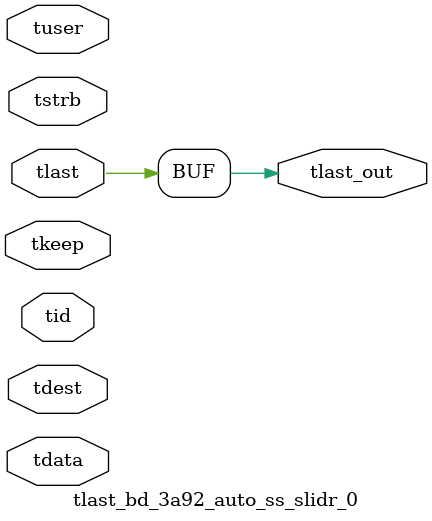
<source format=v>


`timescale 1ps/1ps

module tlast_bd_3a92_auto_ss_slidr_0 #
(
parameter C_S_AXIS_TID_WIDTH   = 1,
parameter C_S_AXIS_TUSER_WIDTH = 0,
parameter C_S_AXIS_TDATA_WIDTH = 0,
parameter C_S_AXIS_TDEST_WIDTH = 0
)
(
input  [(C_S_AXIS_TID_WIDTH   == 0 ? 1 : C_S_AXIS_TID_WIDTH)-1:0       ] tid,
input  [(C_S_AXIS_TDATA_WIDTH == 0 ? 1 : C_S_AXIS_TDATA_WIDTH)-1:0     ] tdata,
input  [(C_S_AXIS_TUSER_WIDTH == 0 ? 1 : C_S_AXIS_TUSER_WIDTH)-1:0     ] tuser,
input  [(C_S_AXIS_TDEST_WIDTH == 0 ? 1 : C_S_AXIS_TDEST_WIDTH)-1:0     ] tdest,
input  [(C_S_AXIS_TDATA_WIDTH/8)-1:0 ] tkeep,
input  [(C_S_AXIS_TDATA_WIDTH/8)-1:0 ] tstrb,
input  [0:0]                                                             tlast,
output                                                                   tlast_out
);

assign tlast_out = {tlast};

endmodule


</source>
